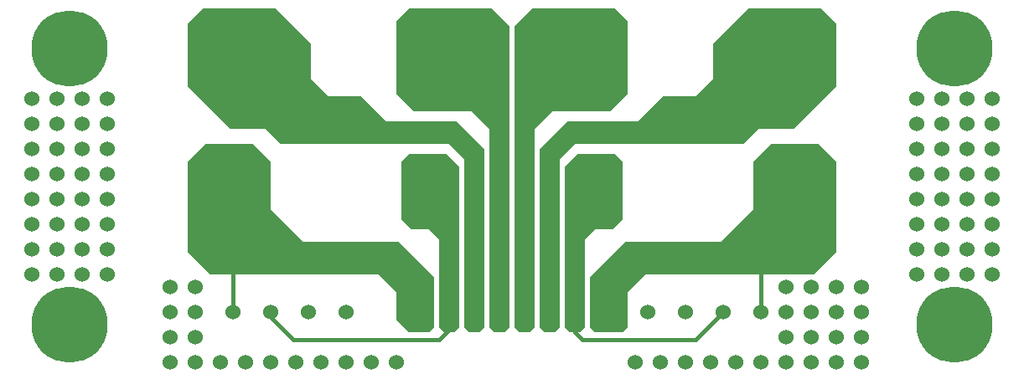
<source format=gtl>
G04 Layer_Physical_Order=1*
G04 Layer_Color=255*
%FSLAX23Y23*%
%MOIN*%
G70*
G01*
G75*
G04:AMPARAMS|DCode=10|XSize=98mil|YSize=236mil|CornerRadius=12mil|HoleSize=0mil|Usage=FLASHONLY|Rotation=180.000|XOffset=0mil|YOffset=0mil|HoleType=Round|Shape=RoundedRectangle|*
%AMROUNDEDRECTD10*
21,1,0.098,0.212,0,0,180.0*
21,1,0.074,0.236,0,0,180.0*
1,1,0.025,-0.037,0.106*
1,1,0.025,0.037,0.106*
1,1,0.025,0.037,-0.106*
1,1,0.025,-0.037,-0.106*
%
%ADD10ROUNDEDRECTD10*%
%ADD11C,0.015*%
%ADD12C,0.060*%
%ADD13C,0.303*%
%ADD14C,0.059*%
%ADD15R,0.059X0.059*%
G36*
X3250Y1400D02*
Y1150D01*
X3080Y980D01*
X2940D01*
X2880Y920D01*
X2210Y920D01*
X2150Y860D01*
Y190D01*
X2130Y170D01*
X2090D01*
X2070Y190D01*
Y900D01*
X2180Y1010D01*
X2460D01*
X2560Y1110D01*
X2690D01*
X2760Y1180D01*
Y1320D01*
X2900Y1460D01*
X3190D01*
X3250Y1400D01*
D02*
G37*
G36*
Y850D02*
Y490D01*
X3160Y400D01*
X2490D01*
X2420Y330D01*
Y190D01*
X2400Y170D01*
X2290D01*
X2270Y190D01*
Y390D01*
X2410Y530D01*
X2790D01*
X2920Y660D01*
Y850D01*
X2990Y920D01*
X3180D01*
X3250Y850D01*
D02*
G37*
G36*
X2400D02*
Y620D01*
X2360Y580D01*
X2290D01*
X2250Y540D01*
Y190D01*
X2230Y170D01*
X2190D01*
X2170Y190D01*
Y830D01*
X2220Y880D01*
X2370D01*
X2400Y850D01*
D02*
G37*
G36*
X2420Y1410D02*
Y1120D01*
X2350Y1050D01*
X2120D01*
X2050Y980D01*
Y190D01*
X2030Y170D01*
X1990D01*
X1970Y190D01*
Y1390D01*
X2040Y1460D01*
X2370D01*
X2420Y1410D01*
D02*
G37*
G36*
X1950Y1390D02*
Y190D01*
X1930Y170D01*
X1890D01*
X1870Y190D01*
Y980D01*
X1800Y1050D01*
X1570D01*
X1500Y1120D01*
Y1410D01*
X1550Y1460D01*
X1880D01*
X1950Y1390D01*
D02*
G37*
G36*
X1160Y1320D02*
Y1180D01*
X1230Y1110D01*
X1360D01*
X1460Y1010D01*
X1740D01*
X1850Y900D01*
Y190D01*
X1830Y170D01*
X1790D01*
X1770Y190D01*
Y860D01*
X1710Y920D01*
X1040Y920D01*
X980Y980D01*
X840D01*
X670Y1150D01*
Y1400D01*
X730Y1460D01*
X1020D01*
X1160Y1320D01*
D02*
G37*
G36*
X1750Y830D02*
Y190D01*
X1730Y170D01*
X1690D01*
X1670Y190D01*
Y540D01*
X1630Y580D01*
X1560D01*
X1520Y620D01*
Y850D01*
X1550Y880D01*
X1700D01*
X1750Y830D01*
D02*
G37*
G36*
X1000Y850D02*
Y660D01*
X1130Y530D01*
X1510D01*
X1650Y390D01*
Y190D01*
X1630Y170D01*
X1550D01*
X1500Y220D01*
X1500Y330D01*
X1430Y400D01*
X760D01*
X670Y490D01*
Y850D01*
X740Y920D01*
X930D01*
X1000Y850D01*
D02*
G37*
D10*
X1617Y1280D02*
D03*
X803D02*
D03*
X1617Y730D02*
D03*
X803D02*
D03*
X3117D02*
D03*
X2303D02*
D03*
X3117Y1280D02*
D03*
X2303D02*
D03*
D11*
X2950Y250D02*
Y450D01*
X1670Y140D02*
X1710Y180D01*
X1090Y140D02*
X1670D01*
X1000Y230D02*
X1090Y140D01*
X2690D02*
X2800Y250D01*
X2240Y140D02*
X2690D01*
X2210Y170D02*
X2240Y140D01*
X2210Y170D02*
Y240D01*
X850Y250D02*
Y440D01*
X1710Y180D02*
Y240D01*
X1000Y230D02*
Y250D01*
D12*
X3050Y150D02*
D03*
Y250D02*
D03*
Y350D02*
D03*
X3250Y250D02*
D03*
Y150D02*
D03*
Y50D02*
D03*
X3350D02*
D03*
Y150D02*
D03*
Y250D02*
D03*
Y350D02*
D03*
X3250D02*
D03*
X3150D02*
D03*
Y250D02*
D03*
Y150D02*
D03*
Y50D02*
D03*
X3050D02*
D03*
X2950D02*
D03*
X2850D02*
D03*
X2750D02*
D03*
X2650D02*
D03*
X2550D02*
D03*
X2450D02*
D03*
X700Y150D02*
D03*
Y250D02*
D03*
Y350D02*
D03*
X600D02*
D03*
Y250D02*
D03*
Y150D02*
D03*
Y50D02*
D03*
X700D02*
D03*
X800D02*
D03*
X900D02*
D03*
X1000D02*
D03*
X1100D02*
D03*
X1200D02*
D03*
X1300D02*
D03*
X1400D02*
D03*
X1500D02*
D03*
X3570Y1000D02*
D03*
X3670D02*
D03*
X3770D02*
D03*
Y1100D02*
D03*
X3670D02*
D03*
X3570D02*
D03*
X3870D02*
D03*
Y1000D02*
D03*
Y800D02*
D03*
Y900D02*
D03*
X3570D02*
D03*
X3670D02*
D03*
X3770D02*
D03*
Y800D02*
D03*
X3670D02*
D03*
X3570D02*
D03*
X3870Y600D02*
D03*
Y700D02*
D03*
X3570D02*
D03*
X3670D02*
D03*
X3770D02*
D03*
Y600D02*
D03*
X3670D02*
D03*
X3570D02*
D03*
X3870Y400D02*
D03*
Y500D02*
D03*
X3570D02*
D03*
X3670D02*
D03*
X3770D02*
D03*
Y400D02*
D03*
X3670D02*
D03*
X3570D02*
D03*
X50D02*
D03*
X150D02*
D03*
X250D02*
D03*
Y500D02*
D03*
X150D02*
D03*
X50D02*
D03*
X350D02*
D03*
Y400D02*
D03*
X50Y600D02*
D03*
X150D02*
D03*
X250D02*
D03*
Y700D02*
D03*
X150D02*
D03*
X50D02*
D03*
X350D02*
D03*
Y600D02*
D03*
X50Y800D02*
D03*
X150D02*
D03*
X250D02*
D03*
Y900D02*
D03*
X150D02*
D03*
X50D02*
D03*
X350D02*
D03*
Y800D02*
D03*
Y1000D02*
D03*
Y1100D02*
D03*
X50D02*
D03*
X150D02*
D03*
X250D02*
D03*
Y1000D02*
D03*
X150D02*
D03*
X50D02*
D03*
X850Y250D02*
D03*
X1000D02*
D03*
X1150D02*
D03*
X1300D02*
D03*
X2500D02*
D03*
X2650D02*
D03*
X2800D02*
D03*
X2950D02*
D03*
D13*
X200Y200D02*
D03*
Y1300D02*
D03*
X3720D02*
D03*
Y200D02*
D03*
D14*
X2310Y240D02*
D03*
X2210D02*
D03*
X2110D02*
D03*
X2010D02*
D03*
X1910D02*
D03*
X1810D02*
D03*
X1710D02*
D03*
D15*
X1610D02*
D03*
M02*

</source>
